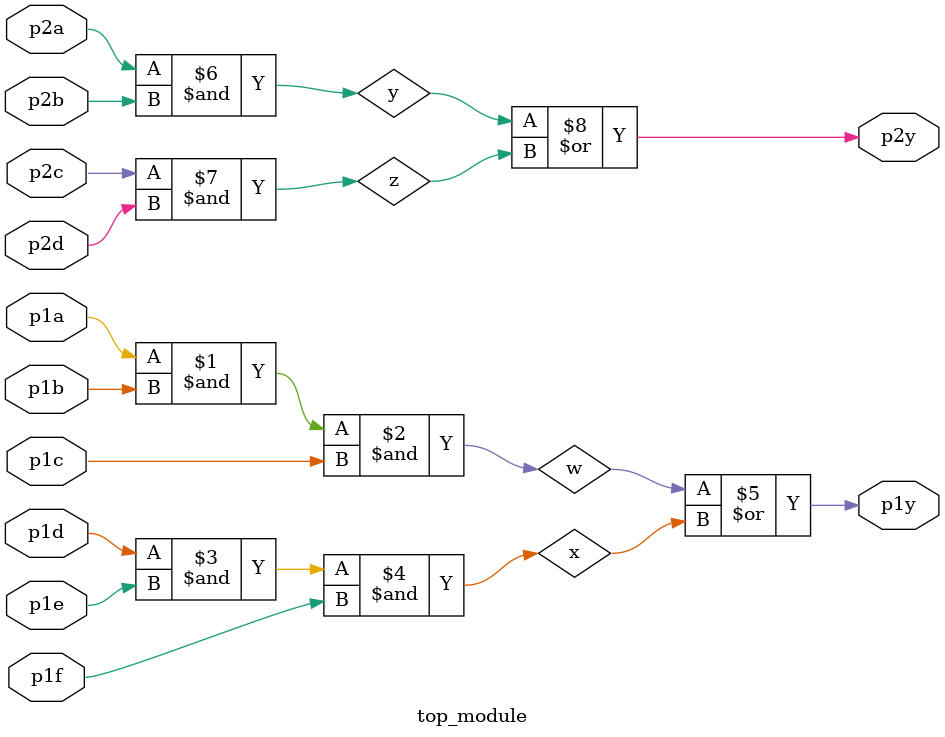
<source format=v>
module top_module ( 
    input p1a, p1b, p1c, p1d, p1e, p1f,
    output p1y,
    input p2a, p2b, p2c, p2d,
    output p2y );
wire w,x,y,z;
    assign w=p1a &p1b & p1c;
    assign x=p1d & p1e &p1f;
    assign p1y=w |x ;
    assign y=p2a & p2b;
    assign z=p2c &p2d;
    assign p2y=y | z;

endmodule

</source>
